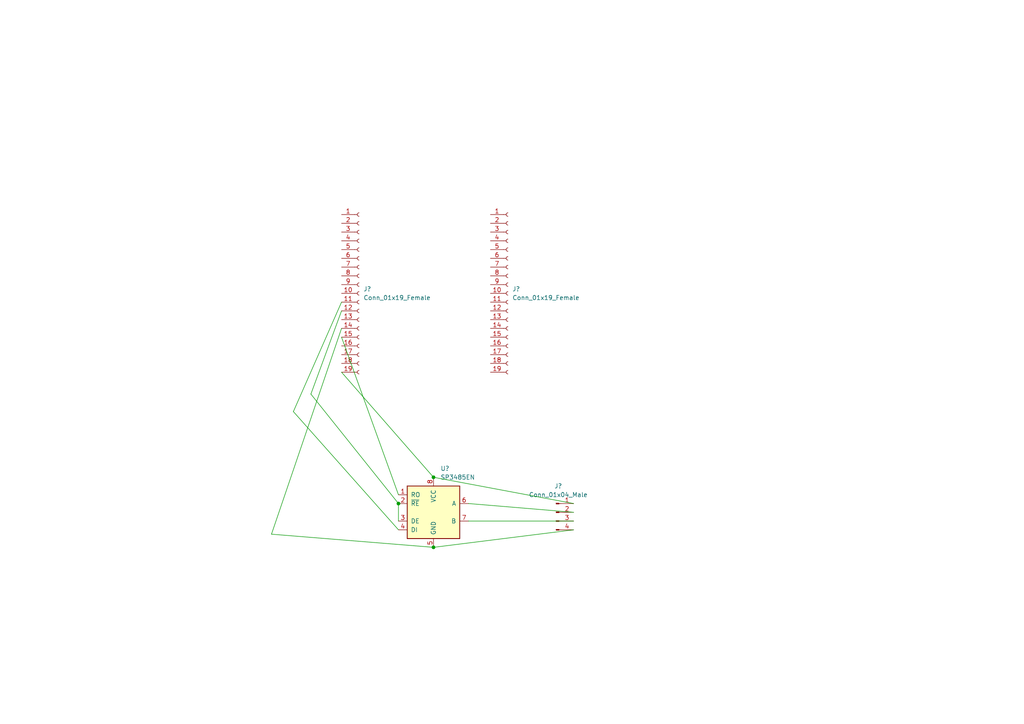
<source format=kicad_sch>
(kicad_sch (version 20211123) (generator eeschema)
  (paper "A4")
  (lib_symbols
    (symbol "Connector:Conn_01x04_Male" (pin_names (offset 1.016) hide)
      (property "Reference" "J" (at 0 5.08 0))
      (property "Value" "Conn_01x04_Male" (at 0 -7.62 0))
      (symbol "Conn_01x04_Male_1_1"
        (polyline (pts (xy 1.27 -5.08) (xy 0.8636 -5.08)) (stroke (width 0.1524)))
        (polyline (pts (xy 1.27 -2.54) (xy 0.8636 -2.54)) (stroke (width 0.1524)))
        (polyline (pts (xy 1.27 0) (xy 0.8636 0)) (stroke (width 0.1524)))
        (polyline (pts (xy 1.27 2.54) (xy 0.8636 2.54)) (stroke (width 0.1524)))
        (rectangle (start 0.8636 -4.953) (end 0 -5.207) (stroke (width 0.1524)) (fill (type outline)))
        (rectangle (start 0.8636 -2.413) (end 0 -2.667) (stroke (width 0.1524)) (fill (type outline)))
        (rectangle (start 0.8636 0.127) (end 0 -0.127) (stroke (width 0.1524)) (fill (type outline)))
        (rectangle (start 0.8636 2.667) (end 0 2.413) (stroke (width 0.1524)) (fill (type outline)))
        (pin passive line (at 5.08 2.54 180) (length 3.81) (name "Pin_1") (number "1"))
        (pin passive line (at 5.08 0 180) (length 3.81) (name "Pin_2") (number "2"))
        (pin passive line (at 5.08 -2.54 180) (length 3.81) (name "Pin_3") (number "3"))
        (pin passive line (at 5.08 -5.08 180) (length 3.81) (name "Pin_4") (number "4"))
      )
    )
    (symbol "Connector:Conn_01x19_Female" (pin_names (offset 1.016) hide)
      (property "Reference" "J" (at 0 25.4 0))
      (property "Value" "Conn_01x19_Female" (at 0 -25.4 0))
      (symbol "Conn_01x19_Female_1_1"
        (arc (start 0 -22.352) (mid -0.508 -22.86) (end 0 -23.368) (stroke (width 0.1524)))
        (arc (start 0 -19.812) (mid -0.508 -20.32) (end 0 -20.828) (stroke (width 0.1524)))
        (arc (start 0 -17.272) (mid -0.508 -17.78) (end 0 -18.288) (stroke (width 0.1524)))
        (arc (start 0 -14.732) (mid -0.508 -15.24) (end 0 -15.748) (stroke (width 0.1524)))
        (arc (start 0 -12.192) (mid -0.508 -12.7) (end 0 -13.208) (stroke (width 0.1524)))
        (arc (start 0 -9.652) (mid -0.508 -10.16) (end 0 -10.668) (stroke (width 0.1524)))
        (arc (start 0 -7.112) (mid -0.508 -7.62) (end 0 -8.128) (stroke (width 0.1524)))
        (arc (start 0 -4.572) (mid -0.508 -5.08) (end 0 -5.588) (stroke (width 0.1524)))
        (arc (start 0 -2.032) (mid -0.508 -2.54) (end 0 -3.048) (stroke (width 0.1524)))
        (polyline (pts (xy -1.27 -22.86) (xy -0.508 -22.86)) (stroke (width 0.1524)))
        (polyline (pts (xy -1.27 -20.32) (xy -0.508 -20.32)) (stroke (width 0.1524)))
        (polyline (pts (xy -1.27 -17.78) (xy -0.508 -17.78)) (stroke (width 0.1524)))
        (polyline (pts (xy -1.27 -15.24) (xy -0.508 -15.24)) (stroke (width 0.1524)))
        (polyline (pts (xy -1.27 -12.7) (xy -0.508 -12.7)) (stroke (width 0.1524)))
        (polyline (pts (xy -1.27 -10.16) (xy -0.508 -10.16)) (stroke (width 0.1524)))
        (polyline (pts (xy -1.27 -7.62) (xy -0.508 -7.62)) (stroke (width 0.1524)))
        (polyline (pts (xy -1.27 -5.08) (xy -0.508 -5.08)) (stroke (width 0.1524)))
        (polyline (pts (xy -1.27 -2.54) (xy -0.508 -2.54)) (stroke (width 0.1524)))
        (polyline (pts (xy -1.27 0) (xy -0.508 0)) (stroke (width 0.1524)))
        (polyline (pts (xy -1.27 2.54) (xy -0.508 2.54)) (stroke (width 0.1524)))
        (polyline (pts (xy -1.27 5.08) (xy -0.508 5.08)) (stroke (width 0.1524)))
        (polyline (pts (xy -1.27 7.62) (xy -0.508 7.62)) (stroke (width 0.1524)))
        (polyline (pts (xy -1.27 10.16) (xy -0.508 10.16)) (stroke (width 0.1524)))
        (polyline (pts (xy -1.27 12.7) (xy -0.508 12.7)) (stroke (width 0.1524)))
        (polyline (pts (xy -1.27 15.24) (xy -0.508 15.24)) (stroke (width 0.1524)))
        (polyline (pts (xy -1.27 17.78) (xy -0.508 17.78)) (stroke (width 0.1524)))
        (polyline (pts (xy -1.27 20.32) (xy -0.508 20.32)) (stroke (width 0.1524)))
        (polyline (pts (xy -1.27 22.86) (xy -0.508 22.86)) (stroke (width 0.1524)))
        (arc (start 0 0.508) (mid -0.508 0) (end 0 -0.508) (stroke (width 0.1524)))
        (arc (start 0 3.048) (mid -0.508 2.54) (end 0 2.032) (stroke (width 0.1524)))
        (arc (start 0 5.588) (mid -0.508 5.08) (end 0 4.572) (stroke (width 0.1524)))
        (arc (start 0 8.128) (mid -0.508 7.62) (end 0 7.112) (stroke (width 0.1524)))
        (arc (start 0 10.668) (mid -0.508 10.16) (end 0 9.652) (stroke (width 0.1524)))
        (arc (start 0 13.208) (mid -0.508 12.7) (end 0 12.192) (stroke (width 0.1524)))
        (arc (start 0 15.748) (mid -0.508 15.24) (end 0 14.732) (stroke (width 0.1524)))
        (arc (start 0 18.288) (mid -0.508 17.78) (end 0 17.272) (stroke (width 0.1524)))
        (arc (start 0 20.828) (mid -0.508 20.32) (end 0 19.812) (stroke (width 0.1524)))
        (arc (start 0 23.368) (mid -0.508 22.86) (end 0 22.352) (stroke (width 0.1524)))
        (pin passive line (at -5.08 22.86 0) (length 3.81) (name "Pin_1") (number "1"))
        (pin passive line (at -5.08 0 0) (length 3.81) (name "Pin_10") (number "10"))
        (pin passive line (at -5.08 -2.54 0) (length 3.81) (name "Pin_11") (number "11"))
        (pin passive line (at -5.08 -5.08 0) (length 3.81) (name "Pin_12") (number "12"))
        (pin passive line (at -5.08 -7.62 0) (length 3.81) (name "Pin_13") (number "13"))
        (pin passive line (at -5.08 -10.16 0) (length 3.81) (name "Pin_14") (number "14"))
        (pin passive line (at -5.08 -12.7 0) (length 3.81) (name "Pin_15") (number "15"))
        (pin passive line (at -5.08 -15.24 0) (length 3.81) (name "Pin_16") (number "16"))
        (pin passive line (at -5.08 -17.78 0) (length 3.81) (name "Pin_17") (number "17"))
        (pin passive line (at -5.08 -20.32 0) (length 3.81) (name "Pin_18") (number "18"))
        (pin passive line (at -5.08 -22.86 0) (length 3.81) (name "Pin_19") (number "19"))
        (pin passive line (at -5.08 20.32 0) (length 3.81) (name "Pin_2") (number "2"))
        (pin passive line (at -5.08 17.78 0) (length 3.81) (name "Pin_3") (number "3"))
        (pin passive line (at -5.08 15.24 0) (length 3.81) (name "Pin_4") (number "4"))
        (pin passive line (at -5.08 12.7 0) (length 3.81) (name "Pin_5") (number "5"))
        (pin passive line (at -5.08 10.16 0) (length 3.81) (name "Pin_6") (number "6"))
        (pin passive line (at -5.08 7.62 0) (length 3.81) (name "Pin_7") (number "7"))
        (pin passive line (at -5.08 5.08 0) (length 3.81) (name "Pin_8") (number "8"))
        (pin passive line (at -5.08 2.54 0) (length 3.81) (name "Pin_9") (number "9"))
      )
    )
    (symbol "Interface_UART:SP3485EN" (pin_names (offset 1.016))
      (property "Reference" "U" (at -7.62 8.89 0))
      (property "Value" "SP3485EN" (at 2.54 8.89 0))
      (symbol "SP3485EN_0_1"
        (rectangle (start -7.62 7.62) (end 7.62 -7.62) (stroke (width 0.254)) (fill (type background)))
      )
      (symbol "SP3485EN_1_1"
        (pin output line (at -10.16 5.08 0) (length 2.54) (name "RO") (number "1"))
        (pin input line (at -10.16 2.54 0) (length 2.54) (name "~{RE}") (number "2"))
        (pin input line (at -10.16 -2.54 0) (length 2.54) (name "DE") (number "3"))
        (pin input line (at -10.16 -5.08 0) (length 2.54) (name "DI") (number "4"))
        (pin power_in line (at 0 -10.16 90) (length 2.54) (name "GND") (number "5"))
        (pin bidirectional line (at 10.16 2.54 180) (length 2.54) (name "A") (number "6"))
        (pin bidirectional line (at 10.16 -2.54 180) (length 2.54) (name "B") (number "7"))
        (pin power_in line (at 0 10.16 270) (length 2.54) (name "VCC") (number "8"))
      )
    )
  )
  (junction (at 125.73 158.75))
  (junction (at 125.73 138.43))
  (junction (at 115.57 146.05))
  (wire (pts (xy 78.74 154.94) (xy 125.73 158.75)))
  (wire (pts (xy 99.06 97.79) (xy 115.57 143.51)))
  (wire (pts (xy 90.17 114.3) (xy 115.57 146.05)))
  (wire (pts (xy 115.57 146.05) (xy 115.57 151.13)))
  (wire (pts (xy 85.09 119.38) (xy 115.57 153.67)))
  (wire (pts (xy 135.89 146.05) (xy 166.37 148.59)))
  (wire (pts (xy 99.06 95.25) (xy 78.74 154.94)))
  (wire (pts (xy 135.89 151.13) (xy 166.37 151.13)))
  (wire (pts (xy 99.06 87.63) (xy 85.09 119.38)))
  (wire (pts (xy 166.37 153.67) (xy 125.73 158.75)))
  (wire (pts (xy 99.06 107.95) (xy 125.73 138.43)))
  (wire (pts (xy 166.37 146.05) (xy 125.73 138.43)))
  (wire (pts (xy 99.06 90.17) (xy 90.17 114.3)))
  (symbol (lib_id "Connector:Conn_01x19_Female") (at 104.14 85.09 0) (unit 1)
    (property "Reference" "J?" (at 105.41 83.8199 0) (effects (justify left)))
    (property "Value" "Conn_01x19_Female" (at 105.41 86.3599 0) (effects (justify left)))
  )
  (symbol (lib_id "Connector:Conn_01x19_Female") (at 147.32 85.09 0) (unit 1)
    (property "Reference" "J?" (at 148.59 83.8199 0) (effects (justify left)))
    (property "Value" "Conn_01x19_Female" (at 148.59 86.3599 0) (effects (justify left)))
  )
  (symbol (lib_id "Connector:Conn_01x04_Male") (at 161.29 148.59 0) (unit 1)
    (property "Reference" "J?" (at 161.925 140.97 0))
    (property "Value" "Conn_01x04_Male" (at 161.925 143.51 0))
  )
  (symbol (lib_id "Interface_UART:SP3485EN") (at 125.73 148.59 0) (unit 1)
    (property "Reference" "U?" (at 127.7494 135.89 0) (effects (justify left)))
    (property "Value" "SP3485EN" (at 127.7494 138.43 0) (effects (justify left)))
    (property "Footprint" "Package_SO:SOIC-8_3.9x4.9mm_P1.27mm" (effects hide))
    (property "Datasheet" "http://www.icbase.com/pdf/SPX/SPX00480106.pdf" (effects hide))
  )
)
</source>
